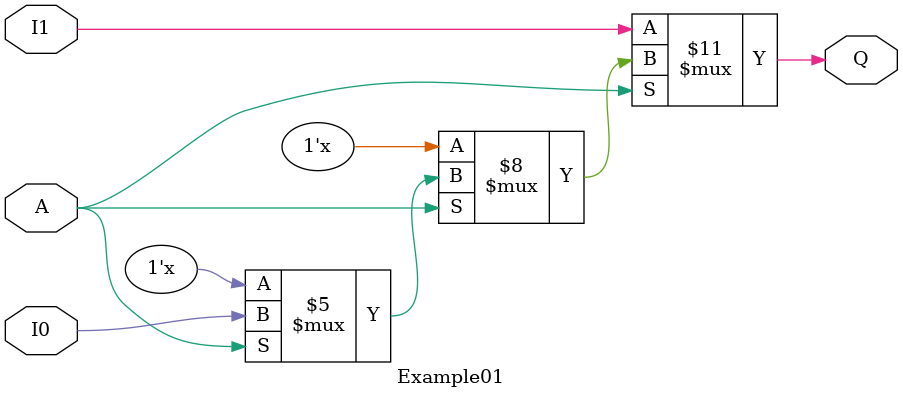
<source format=v>
`timescale 1ns / 1ps


module Example01(Q, A, I1, I0);

// direction and size of ports
input wire A, I1, I0;
output reg Q;

// logic description
always@(A, I1, I0)  // sensitivity list 
begin
    if (A == 0)
        Q = I1; 
    else if (A == 1)
        Q = I0;
    else 
        Q = 1'bz;     
end 

endmodule

</source>
